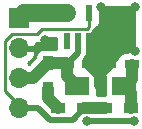
<source format=gtl>
%TF.GenerationSoftware,KiCad,Pcbnew,(5.1.6-0-10_14)*%
%TF.CreationDate,2021-01-06T14:26:18+09:00*%
%TF.ProjectId,qPCR-xtal,71504352-2d78-4746-916c-2e6b69636164,rev?*%
%TF.SameCoordinates,Original*%
%TF.FileFunction,Copper,L1,Top*%
%TF.FilePolarity,Positive*%
%FSLAX46Y46*%
G04 Gerber Fmt 4.6, Leading zero omitted, Abs format (unit mm)*
G04 Created by KiCad (PCBNEW (5.1.6-0-10_14)) date 2021-01-06 14:26:18*
%MOMM*%
%LPD*%
G01*
G04 APERTURE LIST*
%TA.AperFunction,SMDPad,CuDef*%
%ADD10R,1.200000X0.750000*%
%TD*%
%TA.AperFunction,SMDPad,CuDef*%
%ADD11R,1.200000X0.900000*%
%TD*%
%TA.AperFunction,SMDPad,CuDef*%
%ADD12R,0.900000X1.200000*%
%TD*%
%TA.AperFunction,SMDPad,CuDef*%
%ADD13R,0.558800X1.473200*%
%TD*%
%TA.AperFunction,SMDPad,CuDef*%
%ADD14R,2.000000X1.600000*%
%TD*%
%TA.AperFunction,ComponentPad*%
%ADD15O,1.700000X1.700000*%
%TD*%
%TA.AperFunction,ComponentPad*%
%ADD16R,1.700000X1.700000*%
%TD*%
%TA.AperFunction,ViaPad*%
%ADD17C,0.800000*%
%TD*%
%TA.AperFunction,Conductor*%
%ADD18C,0.508000*%
%TD*%
%TA.AperFunction,Conductor*%
%ADD19C,1.016000*%
%TD*%
%TA.AperFunction,Conductor*%
%ADD20C,0.250000*%
%TD*%
%TA.AperFunction,Conductor*%
%ADD21C,1.524000*%
%TD*%
%TA.AperFunction,Conductor*%
%ADD22C,0.254000*%
%TD*%
G04 APERTURE END LIST*
D10*
%TO.P,C1,2*%
%TO.N,GND*%
X138000000Y-119000000D03*
%TO.P,C1,1*%
%TO.N,IN*%
X136100000Y-119000000D03*
%TD*%
%TO.P,C2,1*%
%TO.N,Net-(C2-Pad1)*%
X141600000Y-119000000D03*
%TO.P,C2,2*%
%TO.N,GND*%
X139700000Y-119000000D03*
%TD*%
D11*
%TO.P,RD1,2*%
%TO.N,Net-(C2-Pad1)*%
X141550000Y-122750000D03*
%TO.P,RD1,1*%
%TO.N,OUT*%
X139350000Y-122750000D03*
%TD*%
D12*
%TO.P,RF1,1*%
%TO.N,Net-(RF1-Pad1)*%
X134550000Y-121150000D03*
%TO.P,RF1,2*%
%TO.N,IN*%
X134550000Y-118950000D03*
%TD*%
D13*
%TO.P,U1,5*%
%TO.N,VCC*%
X136099999Y-114706200D03*
%TO.P,U1,4*%
%TO.N,OUT*%
X138000001Y-114706200D03*
%TO.P,U1,3*%
%TO.N,GND*%
X138000001Y-117093800D03*
%TO.P,U1,2*%
%TO.N,IN*%
X137050000Y-117093800D03*
%TO.P,U1,1*%
%TO.N,N/C*%
X136099999Y-117093800D03*
%TD*%
D14*
%TO.P,Y1,2*%
%TO.N,Net-(C2-Pad1)*%
X141000000Y-120900000D03*
%TO.P,Y1,1*%
%TO.N,IN*%
X137000000Y-120900000D03*
%TD*%
D15*
%TO.P,J1,4*%
%TO.N,OUT*%
X132050000Y-122745001D03*
%TO.P,J1,3*%
%TO.N,IN*%
X132050000Y-120205001D03*
%TO.P,J1,2*%
%TO.N,GND*%
X132050000Y-117665001D03*
D16*
%TO.P,J1,1*%
%TO.N,VCC*%
X132050000Y-115125001D03*
%TD*%
D11*
%TO.P,RF2,2*%
%TO.N,Net-(RF1-Pad1)*%
X135400000Y-122750000D03*
%TO.P,RF2,1*%
%TO.N,OUT*%
X137600000Y-122750000D03*
%TD*%
D17*
%TO.N,GND*%
X139000000Y-117950000D03*
X141850000Y-117950000D03*
X140500000Y-116500000D03*
X139050000Y-114200000D03*
X141850000Y-114200000D03*
X138950000Y-120750000D03*
X141800000Y-123850000D03*
X137850000Y-123850000D03*
X134300000Y-116950000D03*
%TD*%
D18*
%TO.N,GND*%
X139550000Y-119000000D02*
X137950000Y-119000000D01*
X137950000Y-119000000D02*
X137800000Y-119000000D01*
D19*
X138950000Y-119750000D02*
X139700000Y-119000000D01*
X138950000Y-120750000D02*
X138950000Y-119750000D01*
X138000000Y-119000000D02*
X139700000Y-119000000D01*
X138950000Y-119950000D02*
X138000000Y-119000000D01*
X138950000Y-120750000D02*
X138950000Y-119950000D01*
X138000000Y-119000000D02*
X138000000Y-118650598D01*
D18*
X138000001Y-118999999D02*
X138000000Y-119000000D01*
X138000001Y-117093800D02*
X138000001Y-118999999D01*
X141800000Y-123850000D02*
X137850000Y-123850000D01*
X138450000Y-118350000D02*
X139300000Y-118350000D01*
X139700000Y-118750000D02*
X139700000Y-119000000D01*
X139300000Y-118350000D02*
X139700000Y-118750000D01*
X139000000Y-117950000D02*
X138400000Y-117350000D01*
X138400000Y-118300000D02*
X138450000Y-118350000D01*
X138400000Y-117350000D02*
X138400000Y-118300000D01*
X139750000Y-119000000D02*
X139700000Y-119000000D01*
X139000000Y-117950000D02*
X139850000Y-117950000D01*
X140275000Y-118375000D02*
X140275000Y-118475000D01*
X139850000Y-117950000D02*
X140275000Y-118375000D01*
X140275000Y-118475000D02*
X139750000Y-119000000D01*
X140650000Y-118100000D02*
X140275000Y-118475000D01*
X140275000Y-118375000D02*
X139975000Y-118375000D01*
X139975000Y-118375000D02*
X138450000Y-116850000D01*
X138450000Y-116850000D02*
X138450000Y-116350000D01*
X138450000Y-116350000D02*
X138850000Y-115950000D01*
X138850000Y-115950000D02*
X138750000Y-116050000D01*
X138750000Y-116050000D02*
X138750000Y-116700000D01*
%TO.N,IN*%
X137000000Y-120900000D02*
X136850000Y-120900000D01*
X136050000Y-120100000D02*
X136050000Y-119000000D01*
X136850000Y-120900000D02*
X136050000Y-120100000D01*
X135950000Y-119100000D02*
X136050000Y-119000000D01*
X134600000Y-119100000D02*
X135950000Y-119100000D01*
X133344999Y-120205001D02*
X134500000Y-119050000D01*
X132325001Y-120205001D02*
X133344999Y-120205001D01*
D19*
X133294999Y-120205001D02*
X134550000Y-118950000D01*
X132050000Y-120205001D02*
X133294999Y-120205001D01*
X136050000Y-118950000D02*
X136100000Y-119000000D01*
X134550000Y-118950000D02*
X136050000Y-118950000D01*
X136100000Y-120000000D02*
X137000000Y-120900000D01*
X136100000Y-119000000D02*
X136100000Y-120000000D01*
D18*
X137050000Y-118050000D02*
X137050000Y-117093800D01*
X136100000Y-119000000D02*
X137050000Y-118050000D01*
%TO.N,Net-(C2-Pad1)*%
X141500000Y-121400000D02*
X141000000Y-120900000D01*
X141500000Y-122750000D02*
X141500000Y-121400000D01*
X141450000Y-120450000D02*
X141000000Y-120900000D01*
X141450000Y-119000000D02*
X141450000Y-120450000D01*
D19*
X141600000Y-120300000D02*
X141600000Y-119058001D01*
X141000000Y-120900000D02*
X141600000Y-120300000D01*
X141550000Y-121450000D02*
X141000000Y-120900000D01*
X141550000Y-122750000D02*
X141550000Y-121450000D01*
D18*
%TO.N,OUT*%
X137700000Y-122750000D02*
X139300000Y-122750000D01*
D19*
X138389842Y-122750000D02*
X138381841Y-122741999D01*
X138381841Y-122741999D02*
X137600000Y-122741999D01*
X139350000Y-122750000D02*
X138389842Y-122750000D01*
D20*
X138000001Y-115849999D02*
X138000001Y-114706200D01*
X137817801Y-116032199D02*
X138000001Y-115849999D01*
X134010558Y-116032199D02*
X137817801Y-116032199D01*
X131485999Y-116490000D02*
X133552757Y-116490000D01*
X132325001Y-122745001D02*
X130874999Y-121294999D01*
X130874999Y-121294999D02*
X130874999Y-117101000D01*
X130874999Y-117101000D02*
X131485999Y-116490000D01*
X133552757Y-116490000D02*
X134010558Y-116032199D01*
D18*
X136637992Y-123712008D02*
X134662008Y-123712008D01*
X137600000Y-122750000D02*
X136637992Y-123712008D01*
X133695001Y-122745001D02*
X132050000Y-122745001D01*
X134662008Y-123712008D02*
X133695001Y-122745001D01*
D20*
%TO.N,VCC*%
X132704404Y-114745598D02*
X132325001Y-115125001D01*
X132531215Y-114918787D02*
X132325001Y-115125001D01*
D19*
X132374188Y-115449189D02*
X132050000Y-115125001D01*
D21*
X132468801Y-114706200D02*
X136099999Y-114706200D01*
X132050000Y-115125001D02*
X132468801Y-114706200D01*
D19*
%TO.N,Net-(RF1-Pad1)*%
X134550000Y-121900000D02*
X135400000Y-122750000D01*
X134550000Y-121150000D02*
X134550000Y-121900000D01*
%TD*%
D22*
%TO.N,GND*%
G36*
X138855820Y-119964502D02*
G01*
X138975518Y-120000812D01*
X139100000Y-120013072D01*
X139370750Y-120010425D01*
X139361928Y-120100000D01*
X139361928Y-121607000D01*
X138638072Y-121607000D01*
X138638072Y-120100000D01*
X138629227Y-120010193D01*
X138724482Y-120000812D01*
X138844180Y-119964502D01*
X138850000Y-119961391D01*
X138855820Y-119964502D01*
G37*
X138855820Y-119964502D02*
X138975518Y-120000812D01*
X139100000Y-120013072D01*
X139370750Y-120010425D01*
X139361928Y-120100000D01*
X139361928Y-121607000D01*
X138638072Y-121607000D01*
X138638072Y-120100000D01*
X138629227Y-120010193D01*
X138724482Y-120000812D01*
X138844180Y-119964502D01*
X138850000Y-119961391D01*
X138855820Y-119964502D01*
G36*
X141815001Y-117930647D02*
G01*
X141600000Y-117909471D01*
X141375934Y-117931540D01*
X141193345Y-117986928D01*
X141000000Y-117986928D01*
X140875518Y-117999188D01*
X140755820Y-118035498D01*
X140650000Y-118092061D01*
X140544180Y-118035498D01*
X140424482Y-117999188D01*
X140300000Y-117986928D01*
X139985750Y-117990000D01*
X139827000Y-118148750D01*
X139827000Y-118873000D01*
X139847000Y-118873000D01*
X139847000Y-119127000D01*
X139827000Y-119127000D01*
X139827000Y-119147000D01*
X139573000Y-119147000D01*
X139573000Y-119127000D01*
X138127000Y-119127000D01*
X138127000Y-119147000D01*
X137873000Y-119147000D01*
X137873000Y-119127000D01*
X137853000Y-119127000D01*
X137853000Y-118873000D01*
X137873000Y-118873000D01*
X137873000Y-118396160D01*
X137875303Y-118391851D01*
X137919586Y-118245868D01*
X137926136Y-118224275D01*
X137931570Y-118169100D01*
X137933574Y-118148750D01*
X138127000Y-118148750D01*
X138127000Y-118873000D01*
X139573000Y-118873000D01*
X139573000Y-118148750D01*
X139414250Y-117990000D01*
X139100000Y-117986928D01*
X138975518Y-117999188D01*
X138883333Y-118027152D01*
X138905585Y-117952996D01*
X138917470Y-117828478D01*
X138914401Y-117379550D01*
X138755651Y-117220800D01*
X138127001Y-117220800D01*
X138127001Y-118148749D01*
X138127000Y-118148750D01*
X137933574Y-118148750D01*
X137939000Y-118093667D01*
X137939000Y-118093660D01*
X137943300Y-118050000D01*
X137939148Y-118007839D01*
X137955212Y-117954882D01*
X137967472Y-117830400D01*
X137967472Y-116946800D01*
X138127001Y-116946800D01*
X138127001Y-116966800D01*
X138755651Y-116966800D01*
X138914401Y-116808050D01*
X138917470Y-116359122D01*
X138905585Y-116234604D01*
X138869635Y-116114797D01*
X138811004Y-116004306D01*
X138755216Y-115935910D01*
X138760001Y-115887332D01*
X138760001Y-115887324D01*
X138763267Y-115854163D01*
X138809938Y-115797294D01*
X138868903Y-115686980D01*
X138905213Y-115567282D01*
X138917473Y-115442800D01*
X138917473Y-114185000D01*
X141815001Y-114185000D01*
X141815001Y-117930647D01*
G37*
X141815001Y-117930647D02*
X141600000Y-117909471D01*
X141375934Y-117931540D01*
X141193345Y-117986928D01*
X141000000Y-117986928D01*
X140875518Y-117999188D01*
X140755820Y-118035498D01*
X140650000Y-118092061D01*
X140544180Y-118035498D01*
X140424482Y-117999188D01*
X140300000Y-117986928D01*
X139985750Y-117990000D01*
X139827000Y-118148750D01*
X139827000Y-118873000D01*
X139847000Y-118873000D01*
X139847000Y-119127000D01*
X139827000Y-119127000D01*
X139827000Y-119147000D01*
X139573000Y-119147000D01*
X139573000Y-119127000D01*
X138127000Y-119127000D01*
X138127000Y-119147000D01*
X137873000Y-119147000D01*
X137873000Y-119127000D01*
X137853000Y-119127000D01*
X137853000Y-118873000D01*
X137873000Y-118873000D01*
X137873000Y-118396160D01*
X137875303Y-118391851D01*
X137919586Y-118245868D01*
X137926136Y-118224275D01*
X137931570Y-118169100D01*
X137933574Y-118148750D01*
X138127000Y-118148750D01*
X138127000Y-118873000D01*
X139573000Y-118873000D01*
X139573000Y-118148750D01*
X139414250Y-117990000D01*
X139100000Y-117986928D01*
X138975518Y-117999188D01*
X138883333Y-118027152D01*
X138905585Y-117952996D01*
X138917470Y-117828478D01*
X138914401Y-117379550D01*
X138755651Y-117220800D01*
X138127001Y-117220800D01*
X138127001Y-118148749D01*
X138127000Y-118148750D01*
X137933574Y-118148750D01*
X137939000Y-118093667D01*
X137939000Y-118093660D01*
X137943300Y-118050000D01*
X137939148Y-118007839D01*
X137955212Y-117954882D01*
X137967472Y-117830400D01*
X137967472Y-116946800D01*
X138127001Y-116946800D01*
X138127001Y-116966800D01*
X138755651Y-116966800D01*
X138914401Y-116808050D01*
X138917470Y-116359122D01*
X138905585Y-116234604D01*
X138869635Y-116114797D01*
X138811004Y-116004306D01*
X138755216Y-115935910D01*
X138760001Y-115887332D01*
X138760001Y-115887324D01*
X138763267Y-115854163D01*
X138809938Y-115797294D01*
X138868903Y-115686980D01*
X138905213Y-115567282D01*
X138917473Y-115442800D01*
X138917473Y-114185000D01*
X141815001Y-114185000D01*
X141815001Y-117930647D01*
G36*
X135182527Y-117741796D02*
G01*
X135124482Y-117724188D01*
X135000000Y-117711928D01*
X134100000Y-117711928D01*
X133975518Y-117724188D01*
X133855820Y-117760498D01*
X133745506Y-117819463D01*
X133648815Y-117898815D01*
X133569463Y-117995506D01*
X133510498Y-118105820D01*
X133474188Y-118225518D01*
X133461928Y-118350000D01*
X133461928Y-118421626D01*
X132897959Y-118985595D01*
X132814466Y-118929806D01*
X132931355Y-118860179D01*
X133147588Y-118665270D01*
X133321641Y-118431921D01*
X133446825Y-118169100D01*
X133491476Y-118021891D01*
X133370155Y-117792001D01*
X132177000Y-117792001D01*
X132177000Y-117812001D01*
X131923000Y-117812001D01*
X131923000Y-117792001D01*
X131903000Y-117792001D01*
X131903000Y-117538001D01*
X131923000Y-117538001D01*
X131923000Y-117518001D01*
X132177000Y-117518001D01*
X132177000Y-117538001D01*
X133370155Y-117538001D01*
X133491476Y-117308111D01*
X133473850Y-117250000D01*
X133515435Y-117250000D01*
X133552757Y-117253676D01*
X133590079Y-117250000D01*
X133590090Y-117250000D01*
X133701743Y-117239003D01*
X133845004Y-117195546D01*
X133977033Y-117124974D01*
X134092758Y-117030001D01*
X134116560Y-117000998D01*
X134325360Y-116792199D01*
X135182527Y-116792199D01*
X135182527Y-117741796D01*
G37*
X135182527Y-117741796D02*
X135124482Y-117724188D01*
X135000000Y-117711928D01*
X134100000Y-117711928D01*
X133975518Y-117724188D01*
X133855820Y-117760498D01*
X133745506Y-117819463D01*
X133648815Y-117898815D01*
X133569463Y-117995506D01*
X133510498Y-118105820D01*
X133474188Y-118225518D01*
X133461928Y-118350000D01*
X133461928Y-118421626D01*
X132897959Y-118985595D01*
X132814466Y-118929806D01*
X132931355Y-118860179D01*
X133147588Y-118665270D01*
X133321641Y-118431921D01*
X133446825Y-118169100D01*
X133491476Y-118021891D01*
X133370155Y-117792001D01*
X132177000Y-117792001D01*
X132177000Y-117812001D01*
X131923000Y-117812001D01*
X131923000Y-117792001D01*
X131903000Y-117792001D01*
X131903000Y-117538001D01*
X131923000Y-117538001D01*
X131923000Y-117518001D01*
X132177000Y-117518001D01*
X132177000Y-117538001D01*
X133370155Y-117538001D01*
X133491476Y-117308111D01*
X133473850Y-117250000D01*
X133515435Y-117250000D01*
X133552757Y-117253676D01*
X133590079Y-117250000D01*
X133590090Y-117250000D01*
X133701743Y-117239003D01*
X133845004Y-117195546D01*
X133977033Y-117124974D01*
X134092758Y-117030001D01*
X134116560Y-117000998D01*
X134325360Y-116792199D01*
X135182527Y-116792199D01*
X135182527Y-117741796D01*
%TD*%
M02*

</source>
